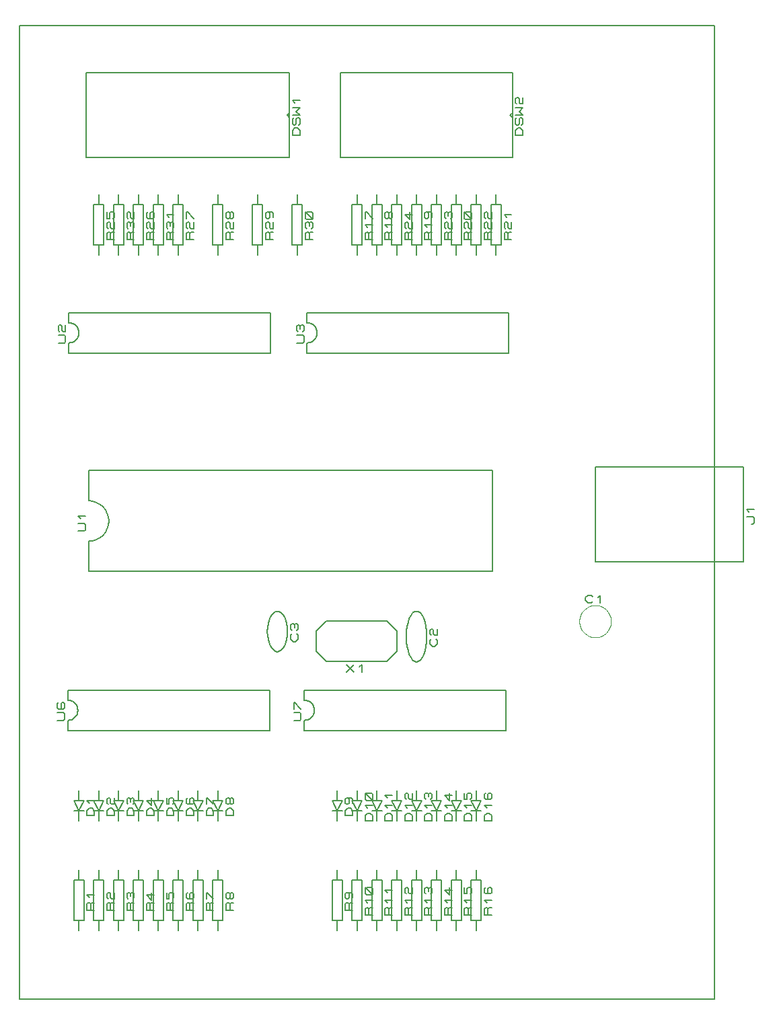
<source format=gbr>
G04 PROTEUS RS274X GERBER FILE*
%FSLAX45Y45*%
%MOMM*%
G01*
%ADD71C,0.203200*%
%ADD20C,0.120000*%
%ADD21C,0.152400*%
%TD.AperFunction*%
D71*
X-2123000Y+262000D02*
X-2128080Y+313752D01*
X-2142685Y+361695D01*
X-2165862Y+404875D01*
X-2196660Y+442340D01*
X-2234125Y+473138D01*
X-2277305Y+496315D01*
X-2325248Y+510920D01*
X-2377000Y+516000D01*
X-2123000Y+262000D02*
X-2128080Y+209518D01*
X-2142685Y+161233D01*
X-2165862Y+118009D01*
X-2196660Y+80708D01*
X-2234125Y+50193D01*
X-2277305Y+27328D01*
X-2325248Y+12976D01*
X-2377000Y+8000D01*
X-2377000Y+516000D02*
X-2377000Y+897000D01*
X+2703000Y+897000D02*
X+2703000Y-373000D01*
X-2377000Y-373000D02*
X-2377000Y+8000D01*
X-2377000Y+897000D02*
X+2703000Y+897000D01*
X-2377000Y-373000D02*
X+2703000Y-373000D01*
X-2509080Y+135000D02*
X-2432880Y+135000D01*
X-2417640Y+150875D01*
X-2417640Y+214375D01*
X-2432880Y+230250D01*
X-2509080Y+230250D01*
X-2478600Y+293750D02*
X-2509080Y+325500D01*
X-2417640Y+325500D01*
X-2627000Y+2377000D02*
X-2627000Y+2504000D01*
X-2500000Y+2631000D02*
X-2502436Y+2656876D01*
X-2509485Y+2680848D01*
X-2520762Y+2702438D01*
X-2535878Y+2721170D01*
X-2554446Y+2736569D01*
X-2576081Y+2748158D01*
X-2600394Y+2755460D01*
X-2627000Y+2758000D01*
X-2500000Y+2631000D02*
X-2502436Y+2604394D01*
X-2509485Y+2580081D01*
X-2520762Y+2558446D01*
X-2535878Y+2539878D01*
X-2554446Y+2524762D01*
X-2576081Y+2513485D01*
X-2600394Y+2506436D01*
X-2627000Y+2504000D01*
X-2627000Y+2758000D02*
X-2627000Y+2885000D01*
X-87000Y+2377000D02*
X-87000Y+2885000D01*
X-2627000Y+2377000D02*
X-87000Y+2377000D01*
X-2627000Y+2885000D02*
X-87000Y+2885000D01*
X-2759080Y+2504000D02*
X-2682880Y+2504000D01*
X-2667640Y+2519875D01*
X-2667640Y+2583375D01*
X-2682880Y+2599250D01*
X-2759080Y+2599250D01*
X-2743840Y+2646875D02*
X-2759080Y+2662750D01*
X-2759080Y+2710375D01*
X-2743840Y+2726250D01*
X-2728600Y+2726250D01*
X-2713360Y+2710375D01*
X-2713360Y+2662750D01*
X-2698120Y+2646875D01*
X-2667640Y+2646875D01*
X-2667640Y+2726250D01*
X+373000Y+2377000D02*
X+373000Y+2504000D01*
X+500000Y+2631000D02*
X+497564Y+2656876D01*
X+490515Y+2680848D01*
X+479238Y+2702438D01*
X+464122Y+2721170D01*
X+445554Y+2736569D01*
X+423919Y+2748158D01*
X+399606Y+2755460D01*
X+373000Y+2758000D01*
X+500000Y+2631000D02*
X+497564Y+2604394D01*
X+490515Y+2580081D01*
X+479238Y+2558446D01*
X+464122Y+2539878D01*
X+445554Y+2524762D01*
X+423919Y+2513485D01*
X+399606Y+2506436D01*
X+373000Y+2504000D01*
X+373000Y+2758000D02*
X+373000Y+2885000D01*
X+2913000Y+2377000D02*
X+2913000Y+2885000D01*
X+373000Y+2377000D02*
X+2913000Y+2377000D01*
X+373000Y+2885000D02*
X+2913000Y+2885000D01*
X+240920Y+2504000D02*
X+317120Y+2504000D01*
X+332360Y+2519875D01*
X+332360Y+2583375D01*
X+317120Y+2599250D01*
X+240920Y+2599250D01*
X+256160Y+2646875D02*
X+240920Y+2662750D01*
X+240920Y+2710375D01*
X+256160Y+2726250D01*
X+271400Y+2726250D01*
X+286640Y+2710375D01*
X+301880Y+2726250D01*
X+317120Y+2726250D01*
X+332360Y+2710375D01*
X+332360Y+2662750D01*
X+317120Y+2646875D01*
X+286640Y+2678625D02*
X+286640Y+2710375D01*
X-2639000Y-2373000D02*
X-2639000Y-2246000D01*
X-2512000Y-2119000D02*
X-2514436Y-2093124D01*
X-2521485Y-2069152D01*
X-2532762Y-2047562D01*
X-2547878Y-2028830D01*
X-2566446Y-2013431D01*
X-2588081Y-2001842D01*
X-2612394Y-1994540D01*
X-2639000Y-1992000D01*
X-2512000Y-2119000D02*
X-2514436Y-2145606D01*
X-2521485Y-2169919D01*
X-2532762Y-2191554D01*
X-2547878Y-2210122D01*
X-2566446Y-2225238D01*
X-2588081Y-2236515D01*
X-2612394Y-2243564D01*
X-2639000Y-2246000D01*
X-2639000Y-1992000D02*
X-2639000Y-1865000D01*
X-99000Y-2373000D02*
X-99000Y-1865000D01*
X-2639000Y-2373000D02*
X-99000Y-2373000D01*
X-2639000Y-1865000D02*
X-99000Y-1865000D01*
X-2771080Y-2246000D02*
X-2694880Y-2246000D01*
X-2679640Y-2230125D01*
X-2679640Y-2166625D01*
X-2694880Y-2150750D01*
X-2771080Y-2150750D01*
X-2755840Y-2023750D02*
X-2771080Y-2039625D01*
X-2771080Y-2087250D01*
X-2755840Y-2103125D01*
X-2694880Y-2103125D01*
X-2679640Y-2087250D01*
X-2679640Y-2039625D01*
X-2694880Y-2023750D01*
X-2710120Y-2023750D01*
X-2725360Y-2039625D01*
X-2725360Y-2103125D01*
X+337000Y-2373000D02*
X+337000Y-2246000D01*
X+464000Y-2119000D02*
X+461564Y-2093124D01*
X+454515Y-2069152D01*
X+443238Y-2047562D01*
X+428122Y-2028830D01*
X+409554Y-2013431D01*
X+387919Y-2001842D01*
X+363606Y-1994540D01*
X+337000Y-1992000D01*
X+464000Y-2119000D02*
X+461564Y-2145606D01*
X+454515Y-2169919D01*
X+443238Y-2191554D01*
X+428122Y-2210122D01*
X+409554Y-2225238D01*
X+387919Y-2236515D01*
X+363606Y-2243564D01*
X+337000Y-2246000D01*
X+337000Y-1992000D02*
X+337000Y-1865000D01*
X+2877000Y-2373000D02*
X+2877000Y-1865000D01*
X+337000Y-2373000D02*
X+2877000Y-2373000D01*
X+337000Y-1865000D02*
X+2877000Y-1865000D01*
X+204920Y-2246000D02*
X+281120Y-2246000D01*
X+296360Y-2230125D01*
X+296360Y-2166625D01*
X+281120Y-2150750D01*
X+204920Y-2150750D01*
X+204920Y-2103125D02*
X+204920Y-2023750D01*
X+220160Y-2023750D01*
X+296360Y-2103125D01*
X+4000000Y-251460D02*
X+5864360Y-251460D01*
X+5864360Y+947420D01*
X+4000000Y+947420D01*
X+4000000Y-251460D01*
X+5965960Y+220980D02*
X+5981200Y+220980D01*
X+5996440Y+236855D01*
X+5996440Y+300355D01*
X+5981200Y+316230D01*
X+5905000Y+316230D01*
X+5935480Y+379730D02*
X+5905000Y+411480D01*
X+5996440Y+411480D01*
X+1377000Y-1504000D02*
X+615000Y-1504000D01*
X+488000Y-1377000D01*
X+488000Y-1123000D01*
X+615000Y-996000D01*
X+1377000Y-996000D01*
X+1504000Y-1123000D01*
X+1504000Y-1377000D01*
X+1377000Y-1504000D01*
X+869000Y-1544640D02*
X+964250Y-1636080D01*
X+869000Y-1636080D02*
X+964250Y-1544640D01*
X+1027750Y-1575120D02*
X+1059500Y-1544640D01*
X+1059500Y-1636080D01*
X-2500000Y-3127000D02*
X-2500000Y-3254000D01*
X-2436500Y-3254000D02*
X-2563500Y-3254000D01*
X-2436500Y-3254000D02*
X-2500000Y-3381000D01*
X-2563500Y-3254000D02*
X-2500000Y-3381000D01*
X-2436500Y-3381000D02*
X-2563500Y-3381000D01*
X-2500000Y-3381000D02*
X-2500000Y-3508000D01*
X-2304420Y-3444500D02*
X-2395860Y-3444500D01*
X-2395860Y-3381000D01*
X-2365380Y-3349250D01*
X-2334900Y-3349250D01*
X-2304420Y-3381000D01*
X-2304420Y-3444500D01*
X-2365380Y-3285750D02*
X-2395860Y-3254000D01*
X-2304420Y-3254000D01*
X-2000000Y-3127000D02*
X-2000000Y-3254000D01*
X-1936500Y-3254000D02*
X-2063500Y-3254000D01*
X-1936500Y-3254000D02*
X-2000000Y-3381000D01*
X-2063500Y-3254000D02*
X-2000000Y-3381000D01*
X-1936500Y-3381000D02*
X-2063500Y-3381000D01*
X-2000000Y-3381000D02*
X-2000000Y-3508000D01*
X-1804420Y-3444500D02*
X-1895860Y-3444500D01*
X-1895860Y-3381000D01*
X-1865380Y-3349250D01*
X-1834900Y-3349250D01*
X-1804420Y-3381000D01*
X-1804420Y-3444500D01*
X-1880620Y-3301625D02*
X-1895860Y-3285750D01*
X-1895860Y-3238125D01*
X-1880620Y-3222250D01*
X-1865380Y-3222250D01*
X-1850140Y-3238125D01*
X-1834900Y-3222250D01*
X-1819660Y-3222250D01*
X-1804420Y-3238125D01*
X-1804420Y-3285750D01*
X-1819660Y-3301625D01*
X-1850140Y-3269875D02*
X-1850140Y-3238125D01*
X-2250000Y-3127000D02*
X-2250000Y-3254000D01*
X-2186500Y-3254000D02*
X-2313500Y-3254000D01*
X-2186500Y-3254000D02*
X-2250000Y-3381000D01*
X-2313500Y-3254000D02*
X-2250000Y-3381000D01*
X-2186500Y-3381000D02*
X-2313500Y-3381000D01*
X-2250000Y-3381000D02*
X-2250000Y-3508000D01*
X-2054420Y-3444500D02*
X-2145860Y-3444500D01*
X-2145860Y-3381000D01*
X-2115380Y-3349250D01*
X-2084900Y-3349250D01*
X-2054420Y-3381000D01*
X-2054420Y-3444500D01*
X-2130620Y-3301625D02*
X-2145860Y-3285750D01*
X-2145860Y-3238125D01*
X-2130620Y-3222250D01*
X-2115380Y-3222250D01*
X-2100140Y-3238125D01*
X-2100140Y-3285750D01*
X-2084900Y-3301625D01*
X-2054420Y-3301625D01*
X-2054420Y-3222250D01*
X-1750000Y-3127000D02*
X-1750000Y-3254000D01*
X-1686500Y-3254000D02*
X-1813500Y-3254000D01*
X-1686500Y-3254000D02*
X-1750000Y-3381000D01*
X-1813500Y-3254000D02*
X-1750000Y-3381000D01*
X-1686500Y-3381000D02*
X-1813500Y-3381000D01*
X-1750000Y-3381000D02*
X-1750000Y-3508000D01*
X-1554420Y-3444500D02*
X-1645860Y-3444500D01*
X-1645860Y-3381000D01*
X-1615380Y-3349250D01*
X-1584900Y-3349250D01*
X-1554420Y-3381000D01*
X-1554420Y-3444500D01*
X-1584900Y-3222250D02*
X-1584900Y-3317500D01*
X-1645860Y-3254000D01*
X-1554420Y-3254000D01*
X-1500000Y-3127000D02*
X-1500000Y-3254000D01*
X-1436500Y-3254000D02*
X-1563500Y-3254000D01*
X-1436500Y-3254000D02*
X-1500000Y-3381000D01*
X-1563500Y-3254000D02*
X-1500000Y-3381000D01*
X-1436500Y-3381000D02*
X-1563500Y-3381000D01*
X-1500000Y-3381000D02*
X-1500000Y-3508000D01*
X-1304420Y-3444500D02*
X-1395860Y-3444500D01*
X-1395860Y-3381000D01*
X-1365380Y-3349250D01*
X-1334900Y-3349250D01*
X-1304420Y-3381000D01*
X-1304420Y-3444500D01*
X-1395860Y-3222250D02*
X-1395860Y-3301625D01*
X-1365380Y-3301625D01*
X-1365380Y-3238125D01*
X-1350140Y-3222250D01*
X-1319660Y-3222250D01*
X-1304420Y-3238125D01*
X-1304420Y-3285750D01*
X-1319660Y-3301625D01*
X-1250000Y-3127000D02*
X-1250000Y-3254000D01*
X-1186500Y-3254000D02*
X-1313500Y-3254000D01*
X-1186500Y-3254000D02*
X-1250000Y-3381000D01*
X-1313500Y-3254000D02*
X-1250000Y-3381000D01*
X-1186500Y-3381000D02*
X-1313500Y-3381000D01*
X-1250000Y-3381000D02*
X-1250000Y-3508000D01*
X-1054420Y-3444500D02*
X-1145860Y-3444500D01*
X-1145860Y-3381000D01*
X-1115380Y-3349250D01*
X-1084900Y-3349250D01*
X-1054420Y-3381000D01*
X-1054420Y-3444500D01*
X-1130620Y-3222250D02*
X-1145860Y-3238125D01*
X-1145860Y-3285750D01*
X-1130620Y-3301625D01*
X-1069660Y-3301625D01*
X-1054420Y-3285750D01*
X-1054420Y-3238125D01*
X-1069660Y-3222250D01*
X-1084900Y-3222250D01*
X-1100140Y-3238125D01*
X-1100140Y-3301625D01*
X-1000000Y-3127000D02*
X-1000000Y-3254000D01*
X-936500Y-3254000D02*
X-1063500Y-3254000D01*
X-936500Y-3254000D02*
X-1000000Y-3381000D01*
X-1063500Y-3254000D02*
X-1000000Y-3381000D01*
X-936500Y-3381000D02*
X-1063500Y-3381000D01*
X-1000000Y-3381000D02*
X-1000000Y-3508000D01*
X-804420Y-3444500D02*
X-895860Y-3444500D01*
X-895860Y-3381000D01*
X-865380Y-3349250D01*
X-834900Y-3349250D01*
X-804420Y-3381000D01*
X-804420Y-3444500D01*
X-895860Y-3301625D02*
X-895860Y-3222250D01*
X-880620Y-3222250D01*
X-804420Y-3301625D01*
X-750000Y-3127000D02*
X-750000Y-3254000D01*
X-686500Y-3254000D02*
X-813500Y-3254000D01*
X-686500Y-3254000D02*
X-750000Y-3381000D01*
X-813500Y-3254000D02*
X-750000Y-3381000D01*
X-686500Y-3381000D02*
X-813500Y-3381000D01*
X-750000Y-3381000D02*
X-750000Y-3508000D01*
X-554420Y-3444500D02*
X-645860Y-3444500D01*
X-645860Y-3381000D01*
X-615380Y-3349250D01*
X-584900Y-3349250D01*
X-554420Y-3381000D01*
X-554420Y-3444500D01*
X-600140Y-3285750D02*
X-615380Y-3301625D01*
X-630620Y-3301625D01*
X-645860Y-3285750D01*
X-645860Y-3238125D01*
X-630620Y-3222250D01*
X-615380Y-3222250D01*
X-600140Y-3238125D01*
X-600140Y-3285750D01*
X-584900Y-3301625D01*
X-569660Y-3301625D01*
X-554420Y-3285750D01*
X-554420Y-3238125D01*
X-569660Y-3222250D01*
X-584900Y-3222250D01*
X-600140Y-3238125D01*
X+750000Y-3127000D02*
X+750000Y-3254000D01*
X+813500Y-3254000D02*
X+686500Y-3254000D01*
X+813500Y-3254000D02*
X+750000Y-3381000D01*
X+686500Y-3254000D02*
X+750000Y-3381000D01*
X+813500Y-3381000D02*
X+686500Y-3381000D01*
X+750000Y-3381000D02*
X+750000Y-3508000D01*
X+945580Y-3444500D02*
X+854140Y-3444500D01*
X+854140Y-3381000D01*
X+884620Y-3349250D01*
X+915100Y-3349250D01*
X+945580Y-3381000D01*
X+945580Y-3444500D01*
X+884620Y-3222250D02*
X+899860Y-3238125D01*
X+899860Y-3285750D01*
X+884620Y-3301625D01*
X+869380Y-3301625D01*
X+854140Y-3285750D01*
X+854140Y-3238125D01*
X+869380Y-3222250D01*
X+930340Y-3222250D01*
X+945580Y-3238125D01*
X+945580Y-3285750D01*
X+1000000Y-3127000D02*
X+1000000Y-3254000D01*
X+1063500Y-3254000D02*
X+936500Y-3254000D01*
X+1063500Y-3254000D02*
X+1000000Y-3381000D01*
X+936500Y-3254000D02*
X+1000000Y-3381000D01*
X+1063500Y-3381000D02*
X+936500Y-3381000D01*
X+1000000Y-3381000D02*
X+1000000Y-3508000D01*
X+1195580Y-3508000D02*
X+1104140Y-3508000D01*
X+1104140Y-3444500D01*
X+1134620Y-3412750D01*
X+1165100Y-3412750D01*
X+1195580Y-3444500D01*
X+1195580Y-3508000D01*
X+1134620Y-3349250D02*
X+1104140Y-3317500D01*
X+1195580Y-3317500D01*
X+1180340Y-3254000D02*
X+1119380Y-3254000D01*
X+1104140Y-3238125D01*
X+1104140Y-3174625D01*
X+1119380Y-3158750D01*
X+1180340Y-3158750D01*
X+1195580Y-3174625D01*
X+1195580Y-3238125D01*
X+1180340Y-3254000D01*
X+1195580Y-3254000D02*
X+1104140Y-3158750D01*
X+1250000Y-3127000D02*
X+1250000Y-3254000D01*
X+1313500Y-3254000D02*
X+1186500Y-3254000D01*
X+1313500Y-3254000D02*
X+1250000Y-3381000D01*
X+1186500Y-3254000D02*
X+1250000Y-3381000D01*
X+1313500Y-3381000D02*
X+1186500Y-3381000D01*
X+1250000Y-3381000D02*
X+1250000Y-3508000D01*
X+1445580Y-3508000D02*
X+1354140Y-3508000D01*
X+1354140Y-3444500D01*
X+1384620Y-3412750D01*
X+1415100Y-3412750D01*
X+1445580Y-3444500D01*
X+1445580Y-3508000D01*
X+1384620Y-3349250D02*
X+1354140Y-3317500D01*
X+1445580Y-3317500D01*
X+1384620Y-3222250D02*
X+1354140Y-3190500D01*
X+1445580Y-3190500D01*
X+1500000Y-3127000D02*
X+1500000Y-3254000D01*
X+1563500Y-3254000D02*
X+1436500Y-3254000D01*
X+1563500Y-3254000D02*
X+1500000Y-3381000D01*
X+1436500Y-3254000D02*
X+1500000Y-3381000D01*
X+1563500Y-3381000D02*
X+1436500Y-3381000D01*
X+1500000Y-3381000D02*
X+1500000Y-3508000D01*
X+1695580Y-3508000D02*
X+1604140Y-3508000D01*
X+1604140Y-3444500D01*
X+1634620Y-3412750D01*
X+1665100Y-3412750D01*
X+1695580Y-3444500D01*
X+1695580Y-3508000D01*
X+1634620Y-3349250D02*
X+1604140Y-3317500D01*
X+1695580Y-3317500D01*
X+1619380Y-3238125D02*
X+1604140Y-3222250D01*
X+1604140Y-3174625D01*
X+1619380Y-3158750D01*
X+1634620Y-3158750D01*
X+1649860Y-3174625D01*
X+1649860Y-3222250D01*
X+1665100Y-3238125D01*
X+1695580Y-3238125D01*
X+1695580Y-3158750D01*
X+1750000Y-3127000D02*
X+1750000Y-3254000D01*
X+1813500Y-3254000D02*
X+1686500Y-3254000D01*
X+1813500Y-3254000D02*
X+1750000Y-3381000D01*
X+1686500Y-3254000D02*
X+1750000Y-3381000D01*
X+1813500Y-3381000D02*
X+1686500Y-3381000D01*
X+1750000Y-3381000D02*
X+1750000Y-3508000D01*
X+1945580Y-3508000D02*
X+1854140Y-3508000D01*
X+1854140Y-3444500D01*
X+1884620Y-3412750D01*
X+1915100Y-3412750D01*
X+1945580Y-3444500D01*
X+1945580Y-3508000D01*
X+1884620Y-3349250D02*
X+1854140Y-3317500D01*
X+1945580Y-3317500D01*
X+1869380Y-3238125D02*
X+1854140Y-3222250D01*
X+1854140Y-3174625D01*
X+1869380Y-3158750D01*
X+1884620Y-3158750D01*
X+1899860Y-3174625D01*
X+1915100Y-3158750D01*
X+1930340Y-3158750D01*
X+1945580Y-3174625D01*
X+1945580Y-3222250D01*
X+1930340Y-3238125D01*
X+1899860Y-3206375D02*
X+1899860Y-3174625D01*
X+2000000Y-3127000D02*
X+2000000Y-3254000D01*
X+2063500Y-3254000D02*
X+1936500Y-3254000D01*
X+2063500Y-3254000D02*
X+2000000Y-3381000D01*
X+1936500Y-3254000D02*
X+2000000Y-3381000D01*
X+2063500Y-3381000D02*
X+1936500Y-3381000D01*
X+2000000Y-3381000D02*
X+2000000Y-3508000D01*
X+2195580Y-3508000D02*
X+2104140Y-3508000D01*
X+2104140Y-3444500D01*
X+2134620Y-3412750D01*
X+2165100Y-3412750D01*
X+2195580Y-3444500D01*
X+2195580Y-3508000D01*
X+2134620Y-3349250D02*
X+2104140Y-3317500D01*
X+2195580Y-3317500D01*
X+2165100Y-3158750D02*
X+2165100Y-3254000D01*
X+2104140Y-3190500D01*
X+2195580Y-3190500D01*
X+2250000Y-3127000D02*
X+2250000Y-3254000D01*
X+2313500Y-3254000D02*
X+2186500Y-3254000D01*
X+2313500Y-3254000D02*
X+2250000Y-3381000D01*
X+2186500Y-3254000D02*
X+2250000Y-3381000D01*
X+2313500Y-3381000D02*
X+2186500Y-3381000D01*
X+2250000Y-3381000D02*
X+2250000Y-3508000D01*
X+2445580Y-3508000D02*
X+2354140Y-3508000D01*
X+2354140Y-3444500D01*
X+2384620Y-3412750D01*
X+2415100Y-3412750D01*
X+2445580Y-3444500D01*
X+2445580Y-3508000D01*
X+2384620Y-3349250D02*
X+2354140Y-3317500D01*
X+2445580Y-3317500D01*
X+2354140Y-3158750D02*
X+2354140Y-3238125D01*
X+2384620Y-3238125D01*
X+2384620Y-3174625D01*
X+2399860Y-3158750D01*
X+2430340Y-3158750D01*
X+2445580Y-3174625D01*
X+2445580Y-3222250D01*
X+2430340Y-3238125D01*
X+2500000Y-3127000D02*
X+2500000Y-3254000D01*
X+2563500Y-3254000D02*
X+2436500Y-3254000D01*
X+2563500Y-3254000D02*
X+2500000Y-3381000D01*
X+2436500Y-3254000D02*
X+2500000Y-3381000D01*
X+2563500Y-3381000D02*
X+2436500Y-3381000D01*
X+2500000Y-3381000D02*
X+2500000Y-3508000D01*
X+2695580Y-3508000D02*
X+2604140Y-3508000D01*
X+2604140Y-3444500D01*
X+2634620Y-3412750D01*
X+2665100Y-3412750D01*
X+2695580Y-3444500D01*
X+2695580Y-3508000D01*
X+2634620Y-3349250D02*
X+2604140Y-3317500D01*
X+2695580Y-3317500D01*
X+2619380Y-3158750D02*
X+2604140Y-3174625D01*
X+2604140Y-3222250D01*
X+2619380Y-3238125D01*
X+2680340Y-3238125D01*
X+2695580Y-3222250D01*
X+2695580Y-3174625D01*
X+2680340Y-3158750D01*
X+2665100Y-3158750D01*
X+2649860Y-3174625D01*
X+2649860Y-3238125D01*
X+1750000Y-873000D02*
X+1775876Y-879246D01*
X+1799848Y-897249D01*
X+1821438Y-925908D01*
X+1840170Y-964122D01*
X+1855569Y-1010790D01*
X+1867158Y-1064810D01*
X+1874460Y-1125080D01*
X+1877000Y-1190500D01*
X+1750000Y-1508000D02*
X+1775876Y-1501650D01*
X+1799848Y-1483394D01*
X+1821438Y-1454422D01*
X+1840170Y-1415925D01*
X+1855569Y-1369094D01*
X+1867158Y-1315119D01*
X+1874460Y-1255191D01*
X+1877000Y-1190500D01*
X+1750000Y-873000D02*
X+1724124Y-879246D01*
X+1700152Y-897249D01*
X+1678562Y-925908D01*
X+1659830Y-964122D01*
X+1644431Y-1010790D01*
X+1632842Y-1064810D01*
X+1625540Y-1125080D01*
X+1623000Y-1190500D01*
X+1750000Y-1508000D02*
X+1724124Y-1501650D01*
X+1700152Y-1483394D01*
X+1678562Y-1454422D01*
X+1659830Y-1415925D01*
X+1644431Y-1369094D01*
X+1632842Y-1315119D01*
X+1625540Y-1255191D01*
X+1623000Y-1190500D01*
X+1993840Y-1222250D02*
X+2009080Y-1238125D01*
X+2009080Y-1285750D01*
X+1978600Y-1317500D01*
X+1948120Y-1317500D01*
X+1917640Y-1285750D01*
X+1917640Y-1238125D01*
X+1932880Y-1222250D01*
X+1932880Y-1174625D02*
X+1917640Y-1158750D01*
X+1917640Y-1111125D01*
X+1932880Y-1095250D01*
X+1948120Y-1095250D01*
X+1963360Y-1111125D01*
X+1963360Y-1158750D01*
X+1978600Y-1174625D01*
X+2009080Y-1174625D01*
X+2009080Y-1095250D01*
X+0Y-873000D02*
X+25876Y-878080D01*
X+49848Y-892685D01*
X+71438Y-915862D01*
X+90170Y-946660D01*
X+105569Y-984125D01*
X+117158Y-1027305D01*
X+124460Y-1075248D01*
X+127000Y-1127000D01*
X+0Y-1381000D02*
X+25876Y-1375920D01*
X+49848Y-1361315D01*
X+71438Y-1338138D01*
X+90170Y-1307340D01*
X+105569Y-1269875D01*
X+117158Y-1226695D01*
X+124460Y-1178752D01*
X+127000Y-1127000D01*
X+0Y-873000D02*
X-25876Y-878080D01*
X-49848Y-892685D01*
X-71438Y-915862D01*
X-90170Y-946660D01*
X-105569Y-984125D01*
X-117158Y-1027305D01*
X-124460Y-1075248D01*
X-127000Y-1127000D01*
X+0Y-1381000D02*
X-25876Y-1375920D01*
X-49848Y-1361315D01*
X-71438Y-1338138D01*
X-90170Y-1307340D01*
X-105569Y-1269875D01*
X-117158Y-1226695D01*
X-124460Y-1178752D01*
X-127000Y-1127000D01*
X+243840Y-1158750D02*
X+259080Y-1174625D01*
X+259080Y-1222250D01*
X+228600Y-1254000D01*
X+198120Y-1254000D01*
X+167640Y-1222250D01*
X+167640Y-1174625D01*
X+182880Y-1158750D01*
X+182880Y-1111125D02*
X+167640Y-1095250D01*
X+167640Y-1047625D01*
X+182880Y-1031750D01*
X+198120Y-1031750D01*
X+213360Y-1047625D01*
X+228600Y-1031750D01*
X+243840Y-1031750D01*
X+259080Y-1047625D01*
X+259080Y-1095250D01*
X+243840Y-1111125D01*
X+213360Y-1079375D02*
X+213360Y-1047625D01*
D20*
X+4200000Y-1000000D02*
X+4199340Y-983761D01*
X+4193975Y-951281D01*
X+4182775Y-918801D01*
X+4164551Y-886321D01*
X+4136684Y-853995D01*
X+4104204Y-829291D01*
X+4071724Y-813303D01*
X+4039244Y-803888D01*
X+4006764Y-800114D01*
X+4000000Y-800000D01*
X+3800000Y-1000000D02*
X+3800660Y-983761D01*
X+3806025Y-951281D01*
X+3817225Y-918801D01*
X+3835449Y-886321D01*
X+3863316Y-853995D01*
X+3895796Y-829291D01*
X+3928276Y-813303D01*
X+3960756Y-803888D01*
X+3993236Y-800114D01*
X+4000000Y-800000D01*
X+3800000Y-1000000D02*
X+3800660Y-1016239D01*
X+3806025Y-1048719D01*
X+3817225Y-1081199D01*
X+3835449Y-1113679D01*
X+3863316Y-1146005D01*
X+3895796Y-1170709D01*
X+3928276Y-1186697D01*
X+3960756Y-1196112D01*
X+3993236Y-1199886D01*
X+4000000Y-1200000D01*
X+4200000Y-1000000D02*
X+4199340Y-1016239D01*
X+4193975Y-1048719D01*
X+4182775Y-1081199D01*
X+4164551Y-1113679D01*
X+4136684Y-1146005D01*
X+4104204Y-1170709D01*
X+4071724Y-1186697D01*
X+4039244Y-1196112D01*
X+4006764Y-1199886D01*
X+4000000Y-1200000D01*
D71*
X+3968250Y-748280D02*
X+3952375Y-763520D01*
X+3904750Y-763520D01*
X+3873000Y-733040D01*
X+3873000Y-702560D01*
X+3904750Y-672080D01*
X+3952375Y-672080D01*
X+3968250Y-687320D01*
X+4031750Y-702560D02*
X+4063500Y-672080D01*
X+4063500Y-763520D01*
X-2500000Y-4127000D02*
X-2500000Y-4254000D01*
X-2563500Y-4762000D02*
X-2436500Y-4762000D01*
X-2436500Y-4254000D01*
X-2563500Y-4254000D01*
X-2563500Y-4762000D01*
X-2500000Y-4762000D02*
X-2500000Y-4889000D01*
X-2304420Y-4635000D02*
X-2395860Y-4635000D01*
X-2395860Y-4555625D01*
X-2380620Y-4539750D01*
X-2365380Y-4539750D01*
X-2350140Y-4555625D01*
X-2350140Y-4635000D01*
X-2350140Y-4555625D02*
X-2334900Y-4539750D01*
X-2304420Y-4539750D01*
X-2365380Y-4476250D02*
X-2395860Y-4444500D01*
X-2304420Y-4444500D01*
X-2250000Y-4127000D02*
X-2250000Y-4254000D01*
X-2313500Y-4762000D02*
X-2186500Y-4762000D01*
X-2186500Y-4254000D01*
X-2313500Y-4254000D01*
X-2313500Y-4762000D01*
X-2250000Y-4762000D02*
X-2250000Y-4889000D01*
X-2054420Y-4635000D02*
X-2145860Y-4635000D01*
X-2145860Y-4555625D01*
X-2130620Y-4539750D01*
X-2115380Y-4539750D01*
X-2100140Y-4555625D01*
X-2100140Y-4635000D01*
X-2100140Y-4555625D02*
X-2084900Y-4539750D01*
X-2054420Y-4539750D01*
X-2130620Y-4492125D02*
X-2145860Y-4476250D01*
X-2145860Y-4428625D01*
X-2130620Y-4412750D01*
X-2115380Y-4412750D01*
X-2100140Y-4428625D01*
X-2100140Y-4476250D01*
X-2084900Y-4492125D01*
X-2054420Y-4492125D01*
X-2054420Y-4412750D01*
X-2000000Y-4127000D02*
X-2000000Y-4254000D01*
X-2063500Y-4762000D02*
X-1936500Y-4762000D01*
X-1936500Y-4254000D01*
X-2063500Y-4254000D01*
X-2063500Y-4762000D01*
X-2000000Y-4762000D02*
X-2000000Y-4889000D01*
X-1804420Y-4635000D02*
X-1895860Y-4635000D01*
X-1895860Y-4555625D01*
X-1880620Y-4539750D01*
X-1865380Y-4539750D01*
X-1850140Y-4555625D01*
X-1850140Y-4635000D01*
X-1850140Y-4555625D02*
X-1834900Y-4539750D01*
X-1804420Y-4539750D01*
X-1880620Y-4492125D02*
X-1895860Y-4476250D01*
X-1895860Y-4428625D01*
X-1880620Y-4412750D01*
X-1865380Y-4412750D01*
X-1850140Y-4428625D01*
X-1834900Y-4412750D01*
X-1819660Y-4412750D01*
X-1804420Y-4428625D01*
X-1804420Y-4476250D01*
X-1819660Y-4492125D01*
X-1850140Y-4460375D02*
X-1850140Y-4428625D01*
X-1750000Y-4127000D02*
X-1750000Y-4254000D01*
X-1813500Y-4762000D02*
X-1686500Y-4762000D01*
X-1686500Y-4254000D01*
X-1813500Y-4254000D01*
X-1813500Y-4762000D01*
X-1750000Y-4762000D02*
X-1750000Y-4889000D01*
X-1554420Y-4635000D02*
X-1645860Y-4635000D01*
X-1645860Y-4555625D01*
X-1630620Y-4539750D01*
X-1615380Y-4539750D01*
X-1600140Y-4555625D01*
X-1600140Y-4635000D01*
X-1600140Y-4555625D02*
X-1584900Y-4539750D01*
X-1554420Y-4539750D01*
X-1584900Y-4412750D02*
X-1584900Y-4508000D01*
X-1645860Y-4444500D01*
X-1554420Y-4444500D01*
X-1500000Y-4127000D02*
X-1500000Y-4254000D01*
X-1563500Y-4762000D02*
X-1436500Y-4762000D01*
X-1436500Y-4254000D01*
X-1563500Y-4254000D01*
X-1563500Y-4762000D01*
X-1500000Y-4762000D02*
X-1500000Y-4889000D01*
X-1304420Y-4635000D02*
X-1395860Y-4635000D01*
X-1395860Y-4555625D01*
X-1380620Y-4539750D01*
X-1365380Y-4539750D01*
X-1350140Y-4555625D01*
X-1350140Y-4635000D01*
X-1350140Y-4555625D02*
X-1334900Y-4539750D01*
X-1304420Y-4539750D01*
X-1395860Y-4412750D02*
X-1395860Y-4492125D01*
X-1365380Y-4492125D01*
X-1365380Y-4428625D01*
X-1350140Y-4412750D01*
X-1319660Y-4412750D01*
X-1304420Y-4428625D01*
X-1304420Y-4476250D01*
X-1319660Y-4492125D01*
X-1250000Y-4127000D02*
X-1250000Y-4254000D01*
X-1313500Y-4762000D02*
X-1186500Y-4762000D01*
X-1186500Y-4254000D01*
X-1313500Y-4254000D01*
X-1313500Y-4762000D01*
X-1250000Y-4762000D02*
X-1250000Y-4889000D01*
X-1054420Y-4635000D02*
X-1145860Y-4635000D01*
X-1145860Y-4555625D01*
X-1130620Y-4539750D01*
X-1115380Y-4539750D01*
X-1100140Y-4555625D01*
X-1100140Y-4635000D01*
X-1100140Y-4555625D02*
X-1084900Y-4539750D01*
X-1054420Y-4539750D01*
X-1130620Y-4412750D02*
X-1145860Y-4428625D01*
X-1145860Y-4476250D01*
X-1130620Y-4492125D01*
X-1069660Y-4492125D01*
X-1054420Y-4476250D01*
X-1054420Y-4428625D01*
X-1069660Y-4412750D01*
X-1084900Y-4412750D01*
X-1100140Y-4428625D01*
X-1100140Y-4492125D01*
X-1000000Y-4127000D02*
X-1000000Y-4254000D01*
X-1063500Y-4762000D02*
X-936500Y-4762000D01*
X-936500Y-4254000D01*
X-1063500Y-4254000D01*
X-1063500Y-4762000D01*
X-1000000Y-4762000D02*
X-1000000Y-4889000D01*
X-804420Y-4635000D02*
X-895860Y-4635000D01*
X-895860Y-4555625D01*
X-880620Y-4539750D01*
X-865380Y-4539750D01*
X-850140Y-4555625D01*
X-850140Y-4635000D01*
X-850140Y-4555625D02*
X-834900Y-4539750D01*
X-804420Y-4539750D01*
X-895860Y-4492125D02*
X-895860Y-4412750D01*
X-880620Y-4412750D01*
X-804420Y-4492125D01*
X-750000Y-4127000D02*
X-750000Y-4254000D01*
X-813500Y-4762000D02*
X-686500Y-4762000D01*
X-686500Y-4254000D01*
X-813500Y-4254000D01*
X-813500Y-4762000D01*
X-750000Y-4762000D02*
X-750000Y-4889000D01*
X-554420Y-4635000D02*
X-645860Y-4635000D01*
X-645860Y-4555625D01*
X-630620Y-4539750D01*
X-615380Y-4539750D01*
X-600140Y-4555625D01*
X-600140Y-4635000D01*
X-600140Y-4555625D02*
X-584900Y-4539750D01*
X-554420Y-4539750D01*
X-600140Y-4476250D02*
X-615380Y-4492125D01*
X-630620Y-4492125D01*
X-645860Y-4476250D01*
X-645860Y-4428625D01*
X-630620Y-4412750D01*
X-615380Y-4412750D01*
X-600140Y-4428625D01*
X-600140Y-4476250D01*
X-584900Y-4492125D01*
X-569660Y-4492125D01*
X-554420Y-4476250D01*
X-554420Y-4428625D01*
X-569660Y-4412750D01*
X-584900Y-4412750D01*
X-600140Y-4428625D01*
X+750000Y-4127000D02*
X+750000Y-4254000D01*
X+686500Y-4762000D02*
X+813500Y-4762000D01*
X+813500Y-4254000D01*
X+686500Y-4254000D01*
X+686500Y-4762000D01*
X+750000Y-4762000D02*
X+750000Y-4889000D01*
X+945580Y-4635000D02*
X+854140Y-4635000D01*
X+854140Y-4555625D01*
X+869380Y-4539750D01*
X+884620Y-4539750D01*
X+899860Y-4555625D01*
X+899860Y-4635000D01*
X+899860Y-4555625D02*
X+915100Y-4539750D01*
X+945580Y-4539750D01*
X+884620Y-4412750D02*
X+899860Y-4428625D01*
X+899860Y-4476250D01*
X+884620Y-4492125D01*
X+869380Y-4492125D01*
X+854140Y-4476250D01*
X+854140Y-4428625D01*
X+869380Y-4412750D01*
X+930340Y-4412750D01*
X+945580Y-4428625D01*
X+945580Y-4476250D01*
X+1000000Y-4127000D02*
X+1000000Y-4254000D01*
X+936500Y-4762000D02*
X+1063500Y-4762000D01*
X+1063500Y-4254000D01*
X+936500Y-4254000D01*
X+936500Y-4762000D01*
X+1000000Y-4762000D02*
X+1000000Y-4889000D01*
X+1195580Y-4698500D02*
X+1104140Y-4698500D01*
X+1104140Y-4619125D01*
X+1119380Y-4603250D01*
X+1134620Y-4603250D01*
X+1149860Y-4619125D01*
X+1149860Y-4698500D01*
X+1149860Y-4619125D02*
X+1165100Y-4603250D01*
X+1195580Y-4603250D01*
X+1134620Y-4539750D02*
X+1104140Y-4508000D01*
X+1195580Y-4508000D01*
X+1180340Y-4444500D02*
X+1119380Y-4444500D01*
X+1104140Y-4428625D01*
X+1104140Y-4365125D01*
X+1119380Y-4349250D01*
X+1180340Y-4349250D01*
X+1195580Y-4365125D01*
X+1195580Y-4428625D01*
X+1180340Y-4444500D01*
X+1195580Y-4444500D02*
X+1104140Y-4349250D01*
X+1250000Y-4127000D02*
X+1250000Y-4254000D01*
X+1186500Y-4762000D02*
X+1313500Y-4762000D01*
X+1313500Y-4254000D01*
X+1186500Y-4254000D01*
X+1186500Y-4762000D01*
X+1250000Y-4762000D02*
X+1250000Y-4889000D01*
X+1445580Y-4698500D02*
X+1354140Y-4698500D01*
X+1354140Y-4619125D01*
X+1369380Y-4603250D01*
X+1384620Y-4603250D01*
X+1399860Y-4619125D01*
X+1399860Y-4698500D01*
X+1399860Y-4619125D02*
X+1415100Y-4603250D01*
X+1445580Y-4603250D01*
X+1384620Y-4539750D02*
X+1354140Y-4508000D01*
X+1445580Y-4508000D01*
X+1384620Y-4412750D02*
X+1354140Y-4381000D01*
X+1445580Y-4381000D01*
X+1500000Y-4127000D02*
X+1500000Y-4254000D01*
X+1436500Y-4762000D02*
X+1563500Y-4762000D01*
X+1563500Y-4254000D01*
X+1436500Y-4254000D01*
X+1436500Y-4762000D01*
X+1500000Y-4762000D02*
X+1500000Y-4889000D01*
X+1695580Y-4698500D02*
X+1604140Y-4698500D01*
X+1604140Y-4619125D01*
X+1619380Y-4603250D01*
X+1634620Y-4603250D01*
X+1649860Y-4619125D01*
X+1649860Y-4698500D01*
X+1649860Y-4619125D02*
X+1665100Y-4603250D01*
X+1695580Y-4603250D01*
X+1634620Y-4539750D02*
X+1604140Y-4508000D01*
X+1695580Y-4508000D01*
X+1619380Y-4428625D02*
X+1604140Y-4412750D01*
X+1604140Y-4365125D01*
X+1619380Y-4349250D01*
X+1634620Y-4349250D01*
X+1649860Y-4365125D01*
X+1649860Y-4412750D01*
X+1665100Y-4428625D01*
X+1695580Y-4428625D01*
X+1695580Y-4349250D01*
X+1750000Y-4127000D02*
X+1750000Y-4254000D01*
X+1686500Y-4762000D02*
X+1813500Y-4762000D01*
X+1813500Y-4254000D01*
X+1686500Y-4254000D01*
X+1686500Y-4762000D01*
X+1750000Y-4762000D02*
X+1750000Y-4889000D01*
X+1945580Y-4698500D02*
X+1854140Y-4698500D01*
X+1854140Y-4619125D01*
X+1869380Y-4603250D01*
X+1884620Y-4603250D01*
X+1899860Y-4619125D01*
X+1899860Y-4698500D01*
X+1899860Y-4619125D02*
X+1915100Y-4603250D01*
X+1945580Y-4603250D01*
X+1884620Y-4539750D02*
X+1854140Y-4508000D01*
X+1945580Y-4508000D01*
X+1869380Y-4428625D02*
X+1854140Y-4412750D01*
X+1854140Y-4365125D01*
X+1869380Y-4349250D01*
X+1884620Y-4349250D01*
X+1899860Y-4365125D01*
X+1915100Y-4349250D01*
X+1930340Y-4349250D01*
X+1945580Y-4365125D01*
X+1945580Y-4412750D01*
X+1930340Y-4428625D01*
X+1899860Y-4396875D02*
X+1899860Y-4365125D01*
X+2000000Y-4127000D02*
X+2000000Y-4254000D01*
X+1936500Y-4762000D02*
X+2063500Y-4762000D01*
X+2063500Y-4254000D01*
X+1936500Y-4254000D01*
X+1936500Y-4762000D01*
X+2000000Y-4762000D02*
X+2000000Y-4889000D01*
X+2195580Y-4698500D02*
X+2104140Y-4698500D01*
X+2104140Y-4619125D01*
X+2119380Y-4603250D01*
X+2134620Y-4603250D01*
X+2149860Y-4619125D01*
X+2149860Y-4698500D01*
X+2149860Y-4619125D02*
X+2165100Y-4603250D01*
X+2195580Y-4603250D01*
X+2134620Y-4539750D02*
X+2104140Y-4508000D01*
X+2195580Y-4508000D01*
X+2165100Y-4349250D02*
X+2165100Y-4444500D01*
X+2104140Y-4381000D01*
X+2195580Y-4381000D01*
X+2250000Y-4127000D02*
X+2250000Y-4254000D01*
X+2186500Y-4762000D02*
X+2313500Y-4762000D01*
X+2313500Y-4254000D01*
X+2186500Y-4254000D01*
X+2186500Y-4762000D01*
X+2250000Y-4762000D02*
X+2250000Y-4889000D01*
X+2445580Y-4698500D02*
X+2354140Y-4698500D01*
X+2354140Y-4619125D01*
X+2369380Y-4603250D01*
X+2384620Y-4603250D01*
X+2399860Y-4619125D01*
X+2399860Y-4698500D01*
X+2399860Y-4619125D02*
X+2415100Y-4603250D01*
X+2445580Y-4603250D01*
X+2384620Y-4539750D02*
X+2354140Y-4508000D01*
X+2445580Y-4508000D01*
X+2354140Y-4349250D02*
X+2354140Y-4428625D01*
X+2384620Y-4428625D01*
X+2384620Y-4365125D01*
X+2399860Y-4349250D01*
X+2430340Y-4349250D01*
X+2445580Y-4365125D01*
X+2445580Y-4412750D01*
X+2430340Y-4428625D01*
X+2500000Y-4127000D02*
X+2500000Y-4254000D01*
X+2436500Y-4762000D02*
X+2563500Y-4762000D01*
X+2563500Y-4254000D01*
X+2436500Y-4254000D01*
X+2436500Y-4762000D01*
X+2500000Y-4762000D02*
X+2500000Y-4889000D01*
X+2695580Y-4698500D02*
X+2604140Y-4698500D01*
X+2604140Y-4619125D01*
X+2619380Y-4603250D01*
X+2634620Y-4603250D01*
X+2649860Y-4619125D01*
X+2649860Y-4698500D01*
X+2649860Y-4619125D02*
X+2665100Y-4603250D01*
X+2695580Y-4603250D01*
X+2634620Y-4539750D02*
X+2604140Y-4508000D01*
X+2695580Y-4508000D01*
X+2619380Y-4349250D02*
X+2604140Y-4365125D01*
X+2604140Y-4412750D01*
X+2619380Y-4428625D01*
X+2680340Y-4428625D01*
X+2695580Y-4412750D01*
X+2695580Y-4365125D01*
X+2680340Y-4349250D01*
X+2665100Y-4349250D01*
X+2649860Y-4365125D01*
X+2649860Y-4428625D01*
X+1000000Y+4373000D02*
X+1000000Y+4246000D01*
X+936500Y+3738000D02*
X+1063500Y+3738000D01*
X+1063500Y+4246000D01*
X+936500Y+4246000D01*
X+936500Y+3738000D01*
X+1000000Y+3738000D02*
X+1000000Y+3611000D01*
X+1195580Y+3801500D02*
X+1104140Y+3801500D01*
X+1104140Y+3880875D01*
X+1119380Y+3896750D01*
X+1134620Y+3896750D01*
X+1149860Y+3880875D01*
X+1149860Y+3801500D01*
X+1149860Y+3880875D02*
X+1165100Y+3896750D01*
X+1195580Y+3896750D01*
X+1134620Y+3960250D02*
X+1104140Y+3992000D01*
X+1195580Y+3992000D01*
X+1104140Y+4071375D02*
X+1104140Y+4150750D01*
X+1119380Y+4150750D01*
X+1195580Y+4071375D01*
X+1250000Y+4373000D02*
X+1250000Y+4246000D01*
X+1186500Y+3738000D02*
X+1313500Y+3738000D01*
X+1313500Y+4246000D01*
X+1186500Y+4246000D01*
X+1186500Y+3738000D01*
X+1250000Y+3738000D02*
X+1250000Y+3611000D01*
X+1445580Y+3801500D02*
X+1354140Y+3801500D01*
X+1354140Y+3880875D01*
X+1369380Y+3896750D01*
X+1384620Y+3896750D01*
X+1399860Y+3880875D01*
X+1399860Y+3801500D01*
X+1399860Y+3880875D02*
X+1415100Y+3896750D01*
X+1445580Y+3896750D01*
X+1384620Y+3960250D02*
X+1354140Y+3992000D01*
X+1445580Y+3992000D01*
X+1399860Y+4087250D02*
X+1384620Y+4071375D01*
X+1369380Y+4071375D01*
X+1354140Y+4087250D01*
X+1354140Y+4134875D01*
X+1369380Y+4150750D01*
X+1384620Y+4150750D01*
X+1399860Y+4134875D01*
X+1399860Y+4087250D01*
X+1415100Y+4071375D01*
X+1430340Y+4071375D01*
X+1445580Y+4087250D01*
X+1445580Y+4134875D01*
X+1430340Y+4150750D01*
X+1415100Y+4150750D01*
X+1399860Y+4134875D01*
X+1750000Y+4373000D02*
X+1750000Y+4246000D01*
X+1686500Y+3738000D02*
X+1813500Y+3738000D01*
X+1813500Y+4246000D01*
X+1686500Y+4246000D01*
X+1686500Y+3738000D01*
X+1750000Y+3738000D02*
X+1750000Y+3611000D01*
X+1945580Y+3801500D02*
X+1854140Y+3801500D01*
X+1854140Y+3880875D01*
X+1869380Y+3896750D01*
X+1884620Y+3896750D01*
X+1899860Y+3880875D01*
X+1899860Y+3801500D01*
X+1899860Y+3880875D02*
X+1915100Y+3896750D01*
X+1945580Y+3896750D01*
X+1884620Y+3960250D02*
X+1854140Y+3992000D01*
X+1945580Y+3992000D01*
X+1884620Y+4150750D02*
X+1899860Y+4134875D01*
X+1899860Y+4087250D01*
X+1884620Y+4071375D01*
X+1869380Y+4071375D01*
X+1854140Y+4087250D01*
X+1854140Y+4134875D01*
X+1869380Y+4150750D01*
X+1930340Y+4150750D01*
X+1945580Y+4134875D01*
X+1945580Y+4087250D01*
X+2250000Y+4373000D02*
X+2250000Y+4246000D01*
X+2186500Y+3738000D02*
X+2313500Y+3738000D01*
X+2313500Y+4246000D01*
X+2186500Y+4246000D01*
X+2186500Y+3738000D01*
X+2250000Y+3738000D02*
X+2250000Y+3611000D01*
X+2445580Y+3801500D02*
X+2354140Y+3801500D01*
X+2354140Y+3880875D01*
X+2369380Y+3896750D01*
X+2384620Y+3896750D01*
X+2399860Y+3880875D01*
X+2399860Y+3801500D01*
X+2399860Y+3880875D02*
X+2415100Y+3896750D01*
X+2445580Y+3896750D01*
X+2369380Y+3944375D02*
X+2354140Y+3960250D01*
X+2354140Y+4007875D01*
X+2369380Y+4023750D01*
X+2384620Y+4023750D01*
X+2399860Y+4007875D01*
X+2399860Y+3960250D01*
X+2415100Y+3944375D01*
X+2445580Y+3944375D01*
X+2445580Y+4023750D01*
X+2430340Y+4055500D02*
X+2369380Y+4055500D01*
X+2354140Y+4071375D01*
X+2354140Y+4134875D01*
X+2369380Y+4150750D01*
X+2430340Y+4150750D01*
X+2445580Y+4134875D01*
X+2445580Y+4071375D01*
X+2430340Y+4055500D01*
X+2445580Y+4055500D02*
X+2354140Y+4150750D01*
X+2750000Y+4373000D02*
X+2750000Y+4246000D01*
X+2686500Y+3738000D02*
X+2813500Y+3738000D01*
X+2813500Y+4246000D01*
X+2686500Y+4246000D01*
X+2686500Y+3738000D01*
X+2750000Y+3738000D02*
X+2750000Y+3611000D01*
X+2945580Y+3801500D02*
X+2854140Y+3801500D01*
X+2854140Y+3880875D01*
X+2869380Y+3896750D01*
X+2884620Y+3896750D01*
X+2899860Y+3880875D01*
X+2899860Y+3801500D01*
X+2899860Y+3880875D02*
X+2915100Y+3896750D01*
X+2945580Y+3896750D01*
X+2869380Y+3944375D02*
X+2854140Y+3960250D01*
X+2854140Y+4007875D01*
X+2869380Y+4023750D01*
X+2884620Y+4023750D01*
X+2899860Y+4007875D01*
X+2899860Y+3960250D01*
X+2915100Y+3944375D01*
X+2945580Y+3944375D01*
X+2945580Y+4023750D01*
X+2884620Y+4087250D02*
X+2854140Y+4119000D01*
X+2945580Y+4119000D01*
X+2500000Y+4373000D02*
X+2500000Y+4246000D01*
X+2436500Y+3738000D02*
X+2563500Y+3738000D01*
X+2563500Y+4246000D01*
X+2436500Y+4246000D01*
X+2436500Y+3738000D01*
X+2500000Y+3738000D02*
X+2500000Y+3611000D01*
X+2695580Y+3801500D02*
X+2604140Y+3801500D01*
X+2604140Y+3880875D01*
X+2619380Y+3896750D01*
X+2634620Y+3896750D01*
X+2649860Y+3880875D01*
X+2649860Y+3801500D01*
X+2649860Y+3880875D02*
X+2665100Y+3896750D01*
X+2695580Y+3896750D01*
X+2619380Y+3944375D02*
X+2604140Y+3960250D01*
X+2604140Y+4007875D01*
X+2619380Y+4023750D01*
X+2634620Y+4023750D01*
X+2649860Y+4007875D01*
X+2649860Y+3960250D01*
X+2665100Y+3944375D01*
X+2695580Y+3944375D01*
X+2695580Y+4023750D01*
X+2619380Y+4071375D02*
X+2604140Y+4087250D01*
X+2604140Y+4134875D01*
X+2619380Y+4150750D01*
X+2634620Y+4150750D01*
X+2649860Y+4134875D01*
X+2649860Y+4087250D01*
X+2665100Y+4071375D01*
X+2695580Y+4071375D01*
X+2695580Y+4150750D01*
X+2000000Y+4373000D02*
X+2000000Y+4246000D01*
X+1936500Y+3738000D02*
X+2063500Y+3738000D01*
X+2063500Y+4246000D01*
X+1936500Y+4246000D01*
X+1936500Y+3738000D01*
X+2000000Y+3738000D02*
X+2000000Y+3611000D01*
X+2195580Y+3801500D02*
X+2104140Y+3801500D01*
X+2104140Y+3880875D01*
X+2119380Y+3896750D01*
X+2134620Y+3896750D01*
X+2149860Y+3880875D01*
X+2149860Y+3801500D01*
X+2149860Y+3880875D02*
X+2165100Y+3896750D01*
X+2195580Y+3896750D01*
X+2119380Y+3944375D02*
X+2104140Y+3960250D01*
X+2104140Y+4007875D01*
X+2119380Y+4023750D01*
X+2134620Y+4023750D01*
X+2149860Y+4007875D01*
X+2149860Y+3960250D01*
X+2165100Y+3944375D01*
X+2195580Y+3944375D01*
X+2195580Y+4023750D01*
X+2119380Y+4071375D02*
X+2104140Y+4087250D01*
X+2104140Y+4134875D01*
X+2119380Y+4150750D01*
X+2134620Y+4150750D01*
X+2149860Y+4134875D01*
X+2165100Y+4150750D01*
X+2180340Y+4150750D01*
X+2195580Y+4134875D01*
X+2195580Y+4087250D01*
X+2180340Y+4071375D01*
X+2149860Y+4103125D02*
X+2149860Y+4134875D01*
X+1500000Y+4373000D02*
X+1500000Y+4246000D01*
X+1436500Y+3738000D02*
X+1563500Y+3738000D01*
X+1563500Y+4246000D01*
X+1436500Y+4246000D01*
X+1436500Y+3738000D01*
X+1500000Y+3738000D02*
X+1500000Y+3611000D01*
X+1695580Y+3801500D02*
X+1604140Y+3801500D01*
X+1604140Y+3880875D01*
X+1619380Y+3896750D01*
X+1634620Y+3896750D01*
X+1649860Y+3880875D01*
X+1649860Y+3801500D01*
X+1649860Y+3880875D02*
X+1665100Y+3896750D01*
X+1695580Y+3896750D01*
X+1619380Y+3944375D02*
X+1604140Y+3960250D01*
X+1604140Y+4007875D01*
X+1619380Y+4023750D01*
X+1634620Y+4023750D01*
X+1649860Y+4007875D01*
X+1649860Y+3960250D01*
X+1665100Y+3944375D01*
X+1695580Y+3944375D01*
X+1695580Y+4023750D01*
X+1665100Y+4150750D02*
X+1665100Y+4055500D01*
X+1604140Y+4119000D01*
X+1695580Y+4119000D01*
X-2250000Y+4373000D02*
X-2250000Y+4246000D01*
X-2313500Y+3738000D02*
X-2186500Y+3738000D01*
X-2186500Y+4246000D01*
X-2313500Y+4246000D01*
X-2313500Y+3738000D01*
X-2250000Y+3738000D02*
X-2250000Y+3611000D01*
X-2054420Y+3801500D02*
X-2145860Y+3801500D01*
X-2145860Y+3880875D01*
X-2130620Y+3896750D01*
X-2115380Y+3896750D01*
X-2100140Y+3880875D01*
X-2100140Y+3801500D01*
X-2100140Y+3880875D02*
X-2084900Y+3896750D01*
X-2054420Y+3896750D01*
X-2130620Y+3944375D02*
X-2145860Y+3960250D01*
X-2145860Y+4007875D01*
X-2130620Y+4023750D01*
X-2115380Y+4023750D01*
X-2100140Y+4007875D01*
X-2100140Y+3960250D01*
X-2084900Y+3944375D01*
X-2054420Y+3944375D01*
X-2054420Y+4023750D01*
X-2145860Y+4150750D02*
X-2145860Y+4071375D01*
X-2115380Y+4071375D01*
X-2115380Y+4134875D01*
X-2100140Y+4150750D01*
X-2069660Y+4150750D01*
X-2054420Y+4134875D01*
X-2054420Y+4087250D01*
X-2069660Y+4071375D01*
X-1750000Y+4373000D02*
X-1750000Y+4246000D01*
X-1813500Y+3738000D02*
X-1686500Y+3738000D01*
X-1686500Y+4246000D01*
X-1813500Y+4246000D01*
X-1813500Y+3738000D01*
X-1750000Y+3738000D02*
X-1750000Y+3611000D01*
X-1554420Y+3801500D02*
X-1645860Y+3801500D01*
X-1645860Y+3880875D01*
X-1630620Y+3896750D01*
X-1615380Y+3896750D01*
X-1600140Y+3880875D01*
X-1600140Y+3801500D01*
X-1600140Y+3880875D02*
X-1584900Y+3896750D01*
X-1554420Y+3896750D01*
X-1630620Y+3944375D02*
X-1645860Y+3960250D01*
X-1645860Y+4007875D01*
X-1630620Y+4023750D01*
X-1615380Y+4023750D01*
X-1600140Y+4007875D01*
X-1600140Y+3960250D01*
X-1584900Y+3944375D01*
X-1554420Y+3944375D01*
X-1554420Y+4023750D01*
X-1630620Y+4150750D02*
X-1645860Y+4134875D01*
X-1645860Y+4087250D01*
X-1630620Y+4071375D01*
X-1569660Y+4071375D01*
X-1554420Y+4087250D01*
X-1554420Y+4134875D01*
X-1569660Y+4150750D01*
X-1584900Y+4150750D01*
X-1600140Y+4134875D01*
X-1600140Y+4071375D01*
X-1250000Y+4373000D02*
X-1250000Y+4246000D01*
X-1313500Y+3738000D02*
X-1186500Y+3738000D01*
X-1186500Y+4246000D01*
X-1313500Y+4246000D01*
X-1313500Y+3738000D01*
X-1250000Y+3738000D02*
X-1250000Y+3611000D01*
X-1054420Y+3801500D02*
X-1145860Y+3801500D01*
X-1145860Y+3880875D01*
X-1130620Y+3896750D01*
X-1115380Y+3896750D01*
X-1100140Y+3880875D01*
X-1100140Y+3801500D01*
X-1100140Y+3880875D02*
X-1084900Y+3896750D01*
X-1054420Y+3896750D01*
X-1130620Y+3944375D02*
X-1145860Y+3960250D01*
X-1145860Y+4007875D01*
X-1130620Y+4023750D01*
X-1115380Y+4023750D01*
X-1100140Y+4007875D01*
X-1100140Y+3960250D01*
X-1084900Y+3944375D01*
X-1054420Y+3944375D01*
X-1054420Y+4023750D01*
X-1145860Y+4071375D02*
X-1145860Y+4150750D01*
X-1130620Y+4150750D01*
X-1054420Y+4071375D01*
X-750000Y+4373000D02*
X-750000Y+4246000D01*
X-813500Y+3738000D02*
X-686500Y+3738000D01*
X-686500Y+4246000D01*
X-813500Y+4246000D01*
X-813500Y+3738000D01*
X-750000Y+3738000D02*
X-750000Y+3611000D01*
X-554420Y+3801500D02*
X-645860Y+3801500D01*
X-645860Y+3880875D01*
X-630620Y+3896750D01*
X-615380Y+3896750D01*
X-600140Y+3880875D01*
X-600140Y+3801500D01*
X-600140Y+3880875D02*
X-584900Y+3896750D01*
X-554420Y+3896750D01*
X-630620Y+3944375D02*
X-645860Y+3960250D01*
X-645860Y+4007875D01*
X-630620Y+4023750D01*
X-615380Y+4023750D01*
X-600140Y+4007875D01*
X-600140Y+3960250D01*
X-584900Y+3944375D01*
X-554420Y+3944375D01*
X-554420Y+4023750D01*
X-600140Y+4087250D02*
X-615380Y+4071375D01*
X-630620Y+4071375D01*
X-645860Y+4087250D01*
X-645860Y+4134875D01*
X-630620Y+4150750D01*
X-615380Y+4150750D01*
X-600140Y+4134875D01*
X-600140Y+4087250D01*
X-584900Y+4071375D01*
X-569660Y+4071375D01*
X-554420Y+4087250D01*
X-554420Y+4134875D01*
X-569660Y+4150750D01*
X-584900Y+4150750D01*
X-600140Y+4134875D01*
X-250000Y+4373000D02*
X-250000Y+4246000D01*
X-313500Y+3738000D02*
X-186500Y+3738000D01*
X-186500Y+4246000D01*
X-313500Y+4246000D01*
X-313500Y+3738000D01*
X-250000Y+3738000D02*
X-250000Y+3611000D01*
X-54420Y+3801500D02*
X-145860Y+3801500D01*
X-145860Y+3880875D01*
X-130620Y+3896750D01*
X-115380Y+3896750D01*
X-100140Y+3880875D01*
X-100140Y+3801500D01*
X-100140Y+3880875D02*
X-84900Y+3896750D01*
X-54420Y+3896750D01*
X-130620Y+3944375D02*
X-145860Y+3960250D01*
X-145860Y+4007875D01*
X-130620Y+4023750D01*
X-115380Y+4023750D01*
X-100140Y+4007875D01*
X-100140Y+3960250D01*
X-84900Y+3944375D01*
X-54420Y+3944375D01*
X-54420Y+4023750D01*
X-115380Y+4150750D02*
X-100140Y+4134875D01*
X-100140Y+4087250D01*
X-115380Y+4071375D01*
X-130620Y+4071375D01*
X-145860Y+4087250D01*
X-145860Y+4134875D01*
X-130620Y+4150750D01*
X-69660Y+4150750D01*
X-54420Y+4134875D01*
X-54420Y+4087250D01*
X+250000Y+4373000D02*
X+250000Y+4246000D01*
X+186500Y+3738000D02*
X+313500Y+3738000D01*
X+313500Y+4246000D01*
X+186500Y+4246000D01*
X+186500Y+3738000D01*
X+250000Y+3738000D02*
X+250000Y+3611000D01*
X+445580Y+3801500D02*
X+354140Y+3801500D01*
X+354140Y+3880875D01*
X+369380Y+3896750D01*
X+384620Y+3896750D01*
X+399860Y+3880875D01*
X+399860Y+3801500D01*
X+399860Y+3880875D02*
X+415100Y+3896750D01*
X+445580Y+3896750D01*
X+369380Y+3944375D02*
X+354140Y+3960250D01*
X+354140Y+4007875D01*
X+369380Y+4023750D01*
X+384620Y+4023750D01*
X+399860Y+4007875D01*
X+415100Y+4023750D01*
X+430340Y+4023750D01*
X+445580Y+4007875D01*
X+445580Y+3960250D01*
X+430340Y+3944375D01*
X+399860Y+3976125D02*
X+399860Y+4007875D01*
X+430340Y+4055500D02*
X+369380Y+4055500D01*
X+354140Y+4071375D01*
X+354140Y+4134875D01*
X+369380Y+4150750D01*
X+430340Y+4150750D01*
X+445580Y+4134875D01*
X+445580Y+4071375D01*
X+430340Y+4055500D01*
X+445580Y+4055500D02*
X+354140Y+4150750D01*
X-1500000Y+4373000D02*
X-1500000Y+4246000D01*
X-1563500Y+3738000D02*
X-1436500Y+3738000D01*
X-1436500Y+4246000D01*
X-1563500Y+4246000D01*
X-1563500Y+3738000D01*
X-1500000Y+3738000D02*
X-1500000Y+3611000D01*
X-1304420Y+3801500D02*
X-1395860Y+3801500D01*
X-1395860Y+3880875D01*
X-1380620Y+3896750D01*
X-1365380Y+3896750D01*
X-1350140Y+3880875D01*
X-1350140Y+3801500D01*
X-1350140Y+3880875D02*
X-1334900Y+3896750D01*
X-1304420Y+3896750D01*
X-1380620Y+3944375D02*
X-1395860Y+3960250D01*
X-1395860Y+4007875D01*
X-1380620Y+4023750D01*
X-1365380Y+4023750D01*
X-1350140Y+4007875D01*
X-1334900Y+4023750D01*
X-1319660Y+4023750D01*
X-1304420Y+4007875D01*
X-1304420Y+3960250D01*
X-1319660Y+3944375D01*
X-1350140Y+3976125D02*
X-1350140Y+4007875D01*
X-1365380Y+4087250D02*
X-1395860Y+4119000D01*
X-1304420Y+4119000D01*
X-2000000Y+4373000D02*
X-2000000Y+4246000D01*
X-2063500Y+3738000D02*
X-1936500Y+3738000D01*
X-1936500Y+4246000D01*
X-2063500Y+4246000D01*
X-2063500Y+3738000D01*
X-2000000Y+3738000D02*
X-2000000Y+3611000D01*
X-1804420Y+3801500D02*
X-1895860Y+3801500D01*
X-1895860Y+3880875D01*
X-1880620Y+3896750D01*
X-1865380Y+3896750D01*
X-1850140Y+3880875D01*
X-1850140Y+3801500D01*
X-1850140Y+3880875D02*
X-1834900Y+3896750D01*
X-1804420Y+3896750D01*
X-1880620Y+3944375D02*
X-1895860Y+3960250D01*
X-1895860Y+4007875D01*
X-1880620Y+4023750D01*
X-1865380Y+4023750D01*
X-1850140Y+4007875D01*
X-1834900Y+4023750D01*
X-1819660Y+4023750D01*
X-1804420Y+4007875D01*
X-1804420Y+3960250D01*
X-1819660Y+3944375D01*
X-1850140Y+3976125D02*
X-1850140Y+4007875D01*
X-1880620Y+4071375D02*
X-1895860Y+4087250D01*
X-1895860Y+4134875D01*
X-1880620Y+4150750D01*
X-1865380Y+4150750D01*
X-1850140Y+4134875D01*
X-1850140Y+4087250D01*
X-1834900Y+4071375D01*
X-1804420Y+4071375D01*
X-1804420Y+4150750D01*
D21*
X-2405890Y+5902400D02*
X-2405890Y+4835600D01*
X+151890Y+4835600D01*
X+151890Y+5902400D01*
X-2405890Y+5902400D01*
X+121410Y+5369000D02*
X+151890Y+5338520D01*
X+151890Y+5399480D02*
X+121410Y+5369000D01*
D71*
X+281430Y+5115000D02*
X+189990Y+5115000D01*
X+189990Y+5178500D01*
X+220470Y+5210250D01*
X+250950Y+5210250D01*
X+281430Y+5178500D01*
X+281430Y+5115000D01*
X+266190Y+5242000D02*
X+281430Y+5257875D01*
X+281430Y+5321375D01*
X+266190Y+5337250D01*
X+250950Y+5337250D01*
X+235710Y+5321375D01*
X+235710Y+5257875D01*
X+220470Y+5242000D01*
X+205230Y+5242000D01*
X+189990Y+5257875D01*
X+189990Y+5321375D01*
X+205230Y+5337250D01*
X+189990Y+5369000D02*
X+281430Y+5369000D01*
X+235710Y+5416625D01*
X+281430Y+5464250D01*
X+189990Y+5464250D01*
X+220470Y+5527750D02*
X+189990Y+5559500D01*
X+281430Y+5559500D01*
D21*
X+788420Y+5902400D02*
X+788420Y+4835600D01*
X+2957580Y+4835600D01*
X+2957580Y+5902400D01*
X+788420Y+5902400D01*
X+2927100Y+5369000D02*
X+2957580Y+5338520D01*
X+2957580Y+5399480D02*
X+2927100Y+5369000D01*
D71*
X+3087120Y+5115000D02*
X+2995680Y+5115000D01*
X+2995680Y+5178500D01*
X+3026160Y+5210250D01*
X+3056640Y+5210250D01*
X+3087120Y+5178500D01*
X+3087120Y+5115000D01*
X+3071880Y+5242000D02*
X+3087120Y+5257875D01*
X+3087120Y+5321375D01*
X+3071880Y+5337250D01*
X+3056640Y+5337250D01*
X+3041400Y+5321375D01*
X+3041400Y+5257875D01*
X+3026160Y+5242000D01*
X+3010920Y+5242000D01*
X+2995680Y+5257875D01*
X+2995680Y+5321375D01*
X+3010920Y+5337250D01*
X+2995680Y+5369000D02*
X+3087120Y+5369000D01*
X+3041400Y+5416625D01*
X+3087120Y+5464250D01*
X+2995680Y+5464250D01*
X+3010920Y+5511875D02*
X+2995680Y+5527750D01*
X+2995680Y+5575375D01*
X+3010920Y+5591250D01*
X+3026160Y+5591250D01*
X+3041400Y+5575375D01*
X+3041400Y+5527750D01*
X+3056640Y+5511875D01*
X+3087120Y+5511875D01*
X+3087120Y+5591250D01*
X-3250000Y-5750000D02*
X+5500000Y-5750000D01*
X+5500000Y+6500000D01*
X-3250000Y+6500000D01*
X-3250000Y-5750000D01*
M02*

</source>
